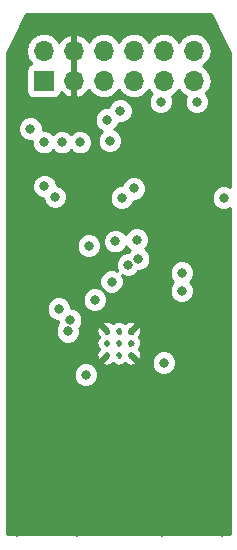
<source format=gbr>
G04 #@! TF.GenerationSoftware,KiCad,Pcbnew,5.0.1*
G04 #@! TF.CreationDate,2019-01-06T19:01:27+01:00*
G04 #@! TF.ProjectId,SX1257_pmod,5358313235375F706D6F642E6B696361,rev?*
G04 #@! TF.SameCoordinates,Original*
G04 #@! TF.FileFunction,Copper,L2,Inr,Signal*
G04 #@! TF.FilePolarity,Positive*
%FSLAX46Y46*%
G04 Gerber Fmt 4.6, Leading zero omitted, Abs format (unit mm)*
G04 Created by KiCad (PCBNEW 5.0.1) date Sun 06 Jan 2019 07:01:27 PM CET*
%MOMM*%
%LPD*%
G01*
G04 APERTURE LIST*
G04 #@! TA.AperFunction,ViaPad*
%ADD10R,1.700000X1.700000*%
G04 #@! TD*
G04 #@! TA.AperFunction,ViaPad*
%ADD11O,1.700000X1.700000*%
G04 #@! TD*
G04 #@! TA.AperFunction,ViaPad*
%ADD12C,0.500000*%
G04 #@! TD*
G04 #@! TA.AperFunction,ViaPad*
%ADD13C,0.800000*%
G04 #@! TD*
G04 #@! TA.AperFunction,Conductor*
%ADD14C,0.254000*%
G04 #@! TD*
G04 APERTURE END LIST*
D10*
G04 #@! TO.N,/PMOD_3V3*
G04 #@! TO.C,J1*
X118110000Y-29210000D03*
D11*
X118110000Y-26670000D03*
G04 #@! TO.N,GND*
X120650000Y-29210000D03*
X120650000Y-26670000D03*
G04 #@! TO.N,/CLK_OUT*
X123190000Y-29210000D03*
G04 #@! TO.N,/PMOD_8*
X123190000Y-26670000D03*
G04 #@! TO.N,/CLK_IN*
X125730000Y-29210000D03*
G04 #@! TO.N,/PMOD_7*
X125730000Y-26670000D03*
G04 #@! TO.N,/I2C_SDA*
X128270000Y-29210000D03*
G04 #@! TO.N,/PMOD_6*
X128270000Y-26670000D03*
G04 #@! TO.N,/I2C_CLK*
X130810000Y-29210000D03*
G04 #@! TO.N,/PMOD_5*
X130810000Y-26670000D03*
G04 #@! TD*
D12*
G04 #@! TO.N,GND*
G04 #@! TO.C,U1*
X125460000Y-52435000D03*
X124460000Y-52435000D03*
X123460000Y-52435000D03*
X125460000Y-51435000D03*
X124460000Y-51435000D03*
X123460000Y-51435000D03*
X125460000Y-50435000D03*
X124460000Y-50435000D03*
X123460000Y-50435000D03*
G04 #@! TD*
D13*
G04 #@! TO.N,GND*
X119761000Y-41021000D03*
X130344547Y-39749810D03*
X115697000Y-47371000D03*
X115697000Y-42164000D03*
X133223000Y-28067000D03*
X133223000Y-29337000D03*
X133223000Y-30607000D03*
X133223000Y-26797000D03*
X115570000Y-27051000D03*
X115570000Y-29591000D03*
X115570000Y-28321000D03*
X115570000Y-30861000D03*
X133477000Y-50292000D03*
X130683000Y-55626000D03*
X123444000Y-58293000D03*
X132207000Y-57277000D03*
X115697000Y-57277000D03*
X133159500Y-67437000D03*
X133159500Y-66167000D03*
X133159500Y-63627000D03*
X133159500Y-64897000D03*
X128079500Y-67437000D03*
X128079500Y-66167000D03*
X128079500Y-64897000D03*
X128079500Y-63627000D03*
X115824000Y-66167000D03*
X115824000Y-63627000D03*
X115824000Y-67437000D03*
X115824000Y-64897000D03*
X119634000Y-46736000D03*
X119126000Y-55372000D03*
X119634000Y-45212000D03*
X133096000Y-48514000D03*
X133096000Y-46990000D03*
X133096000Y-45466000D03*
X124587000Y-33274000D03*
X128016000Y-34163010D03*
X131064000Y-34163000D03*
X120904000Y-66167000D03*
X120904000Y-63627000D03*
X120904000Y-67437000D03*
X120904000Y-64897000D03*
G04 #@! TO.N,/CLK_OUT*
X123698000Y-34289970D03*
X125984000Y-42672000D03*
G04 #@! TO.N,/CLK_IN*
X123444000Y-32512000D03*
X124167978Y-42797268D03*
G04 #@! TO.N,/PMOD_6*
X126106119Y-44280378D03*
G04 #@! TO.N,/PMOD_5*
X125236932Y-44781325D03*
G04 #@! TO.N,/PMOD_7*
X123845972Y-46217219D03*
G04 #@! TO.N,/PMOD_8*
X121920016Y-43180000D03*
G04 #@! TO.N,+3V3*
X133350000Y-39116000D03*
X116967000Y-33274000D03*
X118110000Y-34417000D03*
X119634000Y-34417000D03*
X121158000Y-34417000D03*
X128270000Y-53086000D03*
X121666000Y-54102000D03*
X122428000Y-47751982D03*
X129794000Y-45466000D03*
X129794000Y-46990000D03*
X124587000Y-31750000D03*
X131064000Y-30988000D03*
X128016000Y-30988000D03*
X119062500Y-39052500D03*
G04 #@! TO.N,/SPI_MOSI*
X120137848Y-50439070D03*
X125730000Y-38340190D03*
G04 #@! TO.N,/SPI_MISO*
X120342124Y-49456876D03*
X124714000Y-39116000D03*
G04 #@! TO.N,/SPI_SCK*
X119380000Y-48514000D03*
X118165744Y-38149514D03*
G04 #@! TD*
D14*
G04 #@! TO.N,GND*
G36*
X133910001Y-26837610D02*
X133910001Y-38227684D01*
X133555874Y-38081000D01*
X133144126Y-38081000D01*
X132763720Y-38238569D01*
X132472569Y-38529720D01*
X132315000Y-38910126D01*
X132315000Y-39321874D01*
X132472569Y-39702280D01*
X132763720Y-39993431D01*
X133144126Y-40151000D01*
X133555874Y-40151000D01*
X133910001Y-40004316D01*
X133910000Y-67616000D01*
X115010000Y-67616000D01*
X115010000Y-53896126D01*
X120631000Y-53896126D01*
X120631000Y-54307874D01*
X120788569Y-54688280D01*
X121079720Y-54979431D01*
X121460126Y-55137000D01*
X121871874Y-55137000D01*
X122252280Y-54979431D01*
X122543431Y-54688280D01*
X122701000Y-54307874D01*
X122701000Y-53896126D01*
X122543431Y-53515720D01*
X122252280Y-53224569D01*
X121871874Y-53067000D01*
X121460126Y-53067000D01*
X121079720Y-53224569D01*
X120788569Y-53515720D01*
X120631000Y-53896126D01*
X115010000Y-53896126D01*
X115010000Y-48308126D01*
X118345000Y-48308126D01*
X118345000Y-48719874D01*
X118502569Y-49100280D01*
X118793720Y-49391431D01*
X119174126Y-49549000D01*
X119307124Y-49549000D01*
X119307124Y-49662750D01*
X119349105Y-49764102D01*
X119260417Y-49852790D01*
X119102848Y-50233196D01*
X119102848Y-50644944D01*
X119260417Y-51025350D01*
X119551568Y-51316501D01*
X119931974Y-51474070D01*
X120343722Y-51474070D01*
X120724128Y-51316501D01*
X121015279Y-51025350D01*
X121172848Y-50644944D01*
X121172848Y-50347930D01*
X122561872Y-50347930D01*
X122596917Y-50698257D01*
X122663558Y-50859140D01*
X122760330Y-50862090D01*
X122733906Y-50888514D01*
X122780392Y-50935000D01*
X122733906Y-50981486D01*
X122760330Y-51007910D01*
X122663558Y-51010860D01*
X122561872Y-51347930D01*
X122596917Y-51698257D01*
X122663558Y-51859140D01*
X122760330Y-51862090D01*
X122733906Y-51888514D01*
X122780392Y-51935000D01*
X122733906Y-51981486D01*
X122760330Y-52007910D01*
X122663558Y-52010860D01*
X122561872Y-52347930D01*
X122596917Y-52698257D01*
X122663558Y-52859140D01*
X122853298Y-52864925D01*
X123283223Y-52435000D01*
X123267667Y-52419444D01*
X123358373Y-52328737D01*
X123372930Y-52333128D01*
X123548459Y-52315569D01*
X123566263Y-52333373D01*
X123561872Y-52347930D01*
X123579431Y-52523459D01*
X123475557Y-52627334D01*
X123460000Y-52611777D01*
X123030075Y-53041702D01*
X123035860Y-53231442D01*
X123372930Y-53333128D01*
X123723257Y-53298083D01*
X123884140Y-53231442D01*
X123887090Y-53134670D01*
X123913514Y-53161094D01*
X123960000Y-53114608D01*
X124006486Y-53161094D01*
X124032910Y-53134670D01*
X124035860Y-53231442D01*
X124372930Y-53333128D01*
X124723257Y-53298083D01*
X124884140Y-53231442D01*
X124887090Y-53134670D01*
X124913514Y-53161094D01*
X124960000Y-53114608D01*
X125006486Y-53161094D01*
X125032910Y-53134670D01*
X125035860Y-53231442D01*
X125372930Y-53333128D01*
X125723257Y-53298083D01*
X125884140Y-53231442D01*
X125889925Y-53041702D01*
X125728349Y-52880126D01*
X127235000Y-52880126D01*
X127235000Y-53291874D01*
X127392569Y-53672280D01*
X127683720Y-53963431D01*
X128064126Y-54121000D01*
X128475874Y-54121000D01*
X128856280Y-53963431D01*
X129147431Y-53672280D01*
X129305000Y-53291874D01*
X129305000Y-52880126D01*
X129147431Y-52499720D01*
X128856280Y-52208569D01*
X128475874Y-52051000D01*
X128064126Y-52051000D01*
X127683720Y-52208569D01*
X127392569Y-52499720D01*
X127235000Y-52880126D01*
X125728349Y-52880126D01*
X125460000Y-52611777D01*
X125444444Y-52627334D01*
X125353737Y-52536627D01*
X125358128Y-52522070D01*
X125340569Y-52346541D01*
X125358373Y-52328737D01*
X125372930Y-52333128D01*
X125548459Y-52315569D01*
X125652334Y-52419444D01*
X125636777Y-52435000D01*
X126066702Y-52864925D01*
X126256442Y-52859140D01*
X126358128Y-52522070D01*
X126323083Y-52171743D01*
X126256442Y-52010860D01*
X126159670Y-52007910D01*
X126186094Y-51981486D01*
X126139608Y-51935000D01*
X126186094Y-51888514D01*
X126159670Y-51862090D01*
X126256442Y-51859140D01*
X126358128Y-51522070D01*
X126323083Y-51171743D01*
X126256442Y-51010860D01*
X126159670Y-51007910D01*
X126186094Y-50981486D01*
X126139608Y-50935000D01*
X126186094Y-50888514D01*
X126159670Y-50862090D01*
X126256442Y-50859140D01*
X126358128Y-50522070D01*
X126323083Y-50171743D01*
X126256442Y-50010860D01*
X126066702Y-50005075D01*
X125636777Y-50435000D01*
X125652334Y-50450557D01*
X125561627Y-50541263D01*
X125547070Y-50536872D01*
X125371541Y-50554431D01*
X125353737Y-50536627D01*
X125358128Y-50522070D01*
X125340569Y-50346541D01*
X125444444Y-50242667D01*
X125460000Y-50258223D01*
X125889925Y-49828298D01*
X125884140Y-49638558D01*
X125547070Y-49536872D01*
X125196743Y-49571917D01*
X125035860Y-49638558D01*
X125032910Y-49735330D01*
X125006486Y-49708906D01*
X124960000Y-49755392D01*
X124913514Y-49708906D01*
X124887090Y-49735330D01*
X124884140Y-49638558D01*
X124547070Y-49536872D01*
X124196743Y-49571917D01*
X124035860Y-49638558D01*
X124032910Y-49735330D01*
X124006486Y-49708906D01*
X123960000Y-49755392D01*
X123913514Y-49708906D01*
X123887090Y-49735330D01*
X123884140Y-49638558D01*
X123547070Y-49536872D01*
X123196743Y-49571917D01*
X123035860Y-49638558D01*
X123030075Y-49828298D01*
X123460000Y-50258223D01*
X123475557Y-50242667D01*
X123566263Y-50333373D01*
X123561872Y-50347930D01*
X123579431Y-50523459D01*
X123561627Y-50541263D01*
X123547070Y-50536872D01*
X123371541Y-50554431D01*
X123267667Y-50450557D01*
X123283223Y-50435000D01*
X122853298Y-50005075D01*
X122663558Y-50010860D01*
X122561872Y-50347930D01*
X121172848Y-50347930D01*
X121172848Y-50233196D01*
X121130867Y-50131844D01*
X121219555Y-50043156D01*
X121377124Y-49662750D01*
X121377124Y-49251002D01*
X121219555Y-48870596D01*
X120928404Y-48579445D01*
X120547998Y-48421876D01*
X120415000Y-48421876D01*
X120415000Y-48308126D01*
X120257431Y-47927720D01*
X119966280Y-47636569D01*
X119747888Y-47546108D01*
X121393000Y-47546108D01*
X121393000Y-47957856D01*
X121550569Y-48338262D01*
X121841720Y-48629413D01*
X122222126Y-48786982D01*
X122633874Y-48786982D01*
X123014280Y-48629413D01*
X123305431Y-48338262D01*
X123463000Y-47957856D01*
X123463000Y-47546108D01*
X123305431Y-47165702D01*
X123014280Y-46874551D01*
X122633874Y-46716982D01*
X122222126Y-46716982D01*
X121841720Y-46874551D01*
X121550569Y-47165702D01*
X121393000Y-47546108D01*
X119747888Y-47546108D01*
X119585874Y-47479000D01*
X119174126Y-47479000D01*
X118793720Y-47636569D01*
X118502569Y-47927720D01*
X118345000Y-48308126D01*
X115010000Y-48308126D01*
X115010000Y-46011345D01*
X122810972Y-46011345D01*
X122810972Y-46423093D01*
X122968541Y-46803499D01*
X123259692Y-47094650D01*
X123640098Y-47252219D01*
X124051846Y-47252219D01*
X124432252Y-47094650D01*
X124723403Y-46803499D01*
X124880972Y-46423093D01*
X124880972Y-46011345D01*
X124752379Y-45700892D01*
X125031058Y-45816325D01*
X125442806Y-45816325D01*
X125823212Y-45658756D01*
X126114363Y-45367605D01*
X126135996Y-45315378D01*
X126311993Y-45315378D01*
X126445383Y-45260126D01*
X128759000Y-45260126D01*
X128759000Y-45671874D01*
X128916569Y-46052280D01*
X129092289Y-46228000D01*
X128916569Y-46403720D01*
X128759000Y-46784126D01*
X128759000Y-47195874D01*
X128916569Y-47576280D01*
X129207720Y-47867431D01*
X129588126Y-48025000D01*
X129999874Y-48025000D01*
X130380280Y-47867431D01*
X130671431Y-47576280D01*
X130829000Y-47195874D01*
X130829000Y-46784126D01*
X130671431Y-46403720D01*
X130495711Y-46228000D01*
X130671431Y-46052280D01*
X130829000Y-45671874D01*
X130829000Y-45260126D01*
X130671431Y-44879720D01*
X130380280Y-44588569D01*
X129999874Y-44431000D01*
X129588126Y-44431000D01*
X129207720Y-44588569D01*
X128916569Y-44879720D01*
X128759000Y-45260126D01*
X126445383Y-45260126D01*
X126692399Y-45157809D01*
X126983550Y-44866658D01*
X127141119Y-44486252D01*
X127141119Y-44074504D01*
X126983550Y-43694098D01*
X126704582Y-43415130D01*
X126861431Y-43258280D01*
X127019000Y-42877874D01*
X127019000Y-42466126D01*
X126861431Y-42085720D01*
X126570280Y-41794569D01*
X126189874Y-41637000D01*
X125778126Y-41637000D01*
X125397720Y-41794569D01*
X125106569Y-42085720D01*
X125050045Y-42222181D01*
X125045409Y-42210988D01*
X124754258Y-41919837D01*
X124373852Y-41762268D01*
X123962104Y-41762268D01*
X123581698Y-41919837D01*
X123290547Y-42210988D01*
X123132978Y-42591394D01*
X123132978Y-43003142D01*
X123290547Y-43383548D01*
X123581698Y-43674699D01*
X123962104Y-43832268D01*
X124373852Y-43832268D01*
X124754258Y-43674699D01*
X125045409Y-43383548D01*
X125101933Y-43247087D01*
X125106569Y-43258280D01*
X125385538Y-43537249D01*
X125228688Y-43694098D01*
X125207055Y-43746325D01*
X125031058Y-43746325D01*
X124650652Y-43903894D01*
X124359501Y-44195045D01*
X124201932Y-44575451D01*
X124201932Y-44987199D01*
X124330525Y-45297652D01*
X124051846Y-45182219D01*
X123640098Y-45182219D01*
X123259692Y-45339788D01*
X122968541Y-45630939D01*
X122810972Y-46011345D01*
X115010000Y-46011345D01*
X115010000Y-42974126D01*
X120885016Y-42974126D01*
X120885016Y-43385874D01*
X121042585Y-43766280D01*
X121333736Y-44057431D01*
X121714142Y-44215000D01*
X122125890Y-44215000D01*
X122506296Y-44057431D01*
X122797447Y-43766280D01*
X122955016Y-43385874D01*
X122955016Y-42974126D01*
X122797447Y-42593720D01*
X122506296Y-42302569D01*
X122125890Y-42145000D01*
X121714142Y-42145000D01*
X121333736Y-42302569D01*
X121042585Y-42593720D01*
X120885016Y-42974126D01*
X115010000Y-42974126D01*
X115010000Y-37943640D01*
X117130744Y-37943640D01*
X117130744Y-38355388D01*
X117288313Y-38735794D01*
X117579464Y-39026945D01*
X117959870Y-39184514D01*
X118027500Y-39184514D01*
X118027500Y-39258374D01*
X118185069Y-39638780D01*
X118476220Y-39929931D01*
X118856626Y-40087500D01*
X119268374Y-40087500D01*
X119648780Y-39929931D01*
X119939931Y-39638780D01*
X120097500Y-39258374D01*
X120097500Y-38910126D01*
X123679000Y-38910126D01*
X123679000Y-39321874D01*
X123836569Y-39702280D01*
X124127720Y-39993431D01*
X124508126Y-40151000D01*
X124919874Y-40151000D01*
X125300280Y-39993431D01*
X125591431Y-39702280D01*
X125726916Y-39375190D01*
X125935874Y-39375190D01*
X126316280Y-39217621D01*
X126607431Y-38926470D01*
X126765000Y-38546064D01*
X126765000Y-38134316D01*
X126607431Y-37753910D01*
X126316280Y-37462759D01*
X125935874Y-37305190D01*
X125524126Y-37305190D01*
X125143720Y-37462759D01*
X124852569Y-37753910D01*
X124717084Y-38081000D01*
X124508126Y-38081000D01*
X124127720Y-38238569D01*
X123836569Y-38529720D01*
X123679000Y-38910126D01*
X120097500Y-38910126D01*
X120097500Y-38846626D01*
X119939931Y-38466220D01*
X119648780Y-38175069D01*
X119268374Y-38017500D01*
X119200744Y-38017500D01*
X119200744Y-37943640D01*
X119043175Y-37563234D01*
X118752024Y-37272083D01*
X118371618Y-37114514D01*
X117959870Y-37114514D01*
X117579464Y-37272083D01*
X117288313Y-37563234D01*
X117130744Y-37943640D01*
X115010000Y-37943640D01*
X115010000Y-33068126D01*
X115932000Y-33068126D01*
X115932000Y-33479874D01*
X116089569Y-33860280D01*
X116380720Y-34151431D01*
X116761126Y-34309000D01*
X117075000Y-34309000D01*
X117075000Y-34622874D01*
X117232569Y-35003280D01*
X117523720Y-35294431D01*
X117904126Y-35452000D01*
X118315874Y-35452000D01*
X118696280Y-35294431D01*
X118872000Y-35118711D01*
X119047720Y-35294431D01*
X119428126Y-35452000D01*
X119839874Y-35452000D01*
X120220280Y-35294431D01*
X120396000Y-35118711D01*
X120571720Y-35294431D01*
X120952126Y-35452000D01*
X121363874Y-35452000D01*
X121744280Y-35294431D01*
X122035431Y-35003280D01*
X122193000Y-34622874D01*
X122193000Y-34211126D01*
X122035431Y-33830720D01*
X121744280Y-33539569D01*
X121363874Y-33382000D01*
X120952126Y-33382000D01*
X120571720Y-33539569D01*
X120396000Y-33715289D01*
X120220280Y-33539569D01*
X119839874Y-33382000D01*
X119428126Y-33382000D01*
X119047720Y-33539569D01*
X118872000Y-33715289D01*
X118696280Y-33539569D01*
X118315874Y-33382000D01*
X118002000Y-33382000D01*
X118002000Y-33068126D01*
X117844431Y-32687720D01*
X117553280Y-32396569D01*
X117334931Y-32306126D01*
X122409000Y-32306126D01*
X122409000Y-32717874D01*
X122566569Y-33098280D01*
X122857720Y-33389431D01*
X123053665Y-33470594D01*
X122820569Y-33703690D01*
X122663000Y-34084096D01*
X122663000Y-34495844D01*
X122820569Y-34876250D01*
X123111720Y-35167401D01*
X123492126Y-35324970D01*
X123903874Y-35324970D01*
X124284280Y-35167401D01*
X124575431Y-34876250D01*
X124733000Y-34495844D01*
X124733000Y-34084096D01*
X124575431Y-33703690D01*
X124284280Y-33412539D01*
X124088335Y-33331376D01*
X124321431Y-33098280D01*
X124451196Y-32785000D01*
X124792874Y-32785000D01*
X125173280Y-32627431D01*
X125464431Y-32336280D01*
X125622000Y-31955874D01*
X125622000Y-31544126D01*
X125464431Y-31163720D01*
X125173280Y-30872569D01*
X124792874Y-30715000D01*
X124381126Y-30715000D01*
X124000720Y-30872569D01*
X123709569Y-31163720D01*
X123579804Y-31477000D01*
X123238126Y-31477000D01*
X122857720Y-31634569D01*
X122566569Y-31925720D01*
X122409000Y-32306126D01*
X117334931Y-32306126D01*
X117172874Y-32239000D01*
X116761126Y-32239000D01*
X116380720Y-32396569D01*
X116089569Y-32687720D01*
X115932000Y-33068126D01*
X115010000Y-33068126D01*
X115010000Y-26837607D01*
X115093803Y-26670000D01*
X116595908Y-26670000D01*
X116711161Y-27249418D01*
X117039375Y-27740625D01*
X117057619Y-27752816D01*
X117012235Y-27761843D01*
X116802191Y-27902191D01*
X116661843Y-28112235D01*
X116612560Y-28360000D01*
X116612560Y-30060000D01*
X116661843Y-30307765D01*
X116802191Y-30517809D01*
X117012235Y-30658157D01*
X117260000Y-30707440D01*
X118960000Y-30707440D01*
X119207765Y-30658157D01*
X119417809Y-30517809D01*
X119558157Y-30307765D01*
X119578739Y-30204292D01*
X119883076Y-30481645D01*
X120293110Y-30651476D01*
X120523000Y-30530155D01*
X120523000Y-29337000D01*
X120503000Y-29337000D01*
X120503000Y-29083000D01*
X120523000Y-29083000D01*
X120523000Y-26797000D01*
X120503000Y-26797000D01*
X120503000Y-26543000D01*
X120523000Y-26543000D01*
X120523000Y-25349845D01*
X120777000Y-25349845D01*
X120777000Y-26543000D01*
X120797000Y-26543000D01*
X120797000Y-26797000D01*
X120777000Y-26797000D01*
X120777000Y-29083000D01*
X120797000Y-29083000D01*
X120797000Y-29337000D01*
X120777000Y-29337000D01*
X120777000Y-30530155D01*
X121006890Y-30651476D01*
X121416924Y-30481645D01*
X121845183Y-30091358D01*
X121906157Y-29961522D01*
X122119375Y-30280625D01*
X122610582Y-30608839D01*
X123043744Y-30695000D01*
X123336256Y-30695000D01*
X123769418Y-30608839D01*
X124260625Y-30280625D01*
X124460000Y-29982239D01*
X124659375Y-30280625D01*
X125150582Y-30608839D01*
X125583744Y-30695000D01*
X125876256Y-30695000D01*
X126309418Y-30608839D01*
X126800625Y-30280625D01*
X127000000Y-29982239D01*
X127199375Y-30280625D01*
X127235516Y-30304773D01*
X127138569Y-30401720D01*
X126981000Y-30782126D01*
X126981000Y-31193874D01*
X127138569Y-31574280D01*
X127429720Y-31865431D01*
X127810126Y-32023000D01*
X128221874Y-32023000D01*
X128602280Y-31865431D01*
X128893431Y-31574280D01*
X129051000Y-31193874D01*
X129051000Y-30782126D01*
X128951084Y-30540908D01*
X129340625Y-30280625D01*
X129540000Y-29982239D01*
X129739375Y-30280625D01*
X130128916Y-30540908D01*
X130029000Y-30782126D01*
X130029000Y-31193874D01*
X130186569Y-31574280D01*
X130477720Y-31865431D01*
X130858126Y-32023000D01*
X131269874Y-32023000D01*
X131650280Y-31865431D01*
X131941431Y-31574280D01*
X132099000Y-31193874D01*
X132099000Y-30782126D01*
X131941431Y-30401720D01*
X131844484Y-30304773D01*
X131880625Y-30280625D01*
X132208839Y-29789418D01*
X132324092Y-29210000D01*
X132208839Y-28630582D01*
X131880625Y-28139375D01*
X131582239Y-27940000D01*
X131880625Y-27740625D01*
X132208839Y-27249418D01*
X132324092Y-26670000D01*
X132208839Y-26090582D01*
X131880625Y-25599375D01*
X131389418Y-25271161D01*
X130956256Y-25185000D01*
X130663744Y-25185000D01*
X130230582Y-25271161D01*
X129739375Y-25599375D01*
X129540000Y-25897761D01*
X129340625Y-25599375D01*
X128849418Y-25271161D01*
X128416256Y-25185000D01*
X128123744Y-25185000D01*
X127690582Y-25271161D01*
X127199375Y-25599375D01*
X127000000Y-25897761D01*
X126800625Y-25599375D01*
X126309418Y-25271161D01*
X125876256Y-25185000D01*
X125583744Y-25185000D01*
X125150582Y-25271161D01*
X124659375Y-25599375D01*
X124460000Y-25897761D01*
X124260625Y-25599375D01*
X123769418Y-25271161D01*
X123336256Y-25185000D01*
X123043744Y-25185000D01*
X122610582Y-25271161D01*
X122119375Y-25599375D01*
X121906157Y-25918478D01*
X121845183Y-25788642D01*
X121416924Y-25398355D01*
X121006890Y-25228524D01*
X120777000Y-25349845D01*
X120523000Y-25349845D01*
X120293110Y-25228524D01*
X119883076Y-25398355D01*
X119454817Y-25788642D01*
X119393843Y-25918478D01*
X119180625Y-25599375D01*
X118689418Y-25271161D01*
X118256256Y-25185000D01*
X117963744Y-25185000D01*
X117530582Y-25271161D01*
X117039375Y-25599375D01*
X116711161Y-26090582D01*
X116595908Y-26670000D01*
X115093803Y-26670000D01*
X116643804Y-23570000D01*
X132276196Y-23570000D01*
X133910001Y-26837610D01*
X133910001Y-26837610D01*
G37*
X133910001Y-26837610D02*
X133910001Y-38227684D01*
X133555874Y-38081000D01*
X133144126Y-38081000D01*
X132763720Y-38238569D01*
X132472569Y-38529720D01*
X132315000Y-38910126D01*
X132315000Y-39321874D01*
X132472569Y-39702280D01*
X132763720Y-39993431D01*
X133144126Y-40151000D01*
X133555874Y-40151000D01*
X133910001Y-40004316D01*
X133910000Y-67616000D01*
X115010000Y-67616000D01*
X115010000Y-53896126D01*
X120631000Y-53896126D01*
X120631000Y-54307874D01*
X120788569Y-54688280D01*
X121079720Y-54979431D01*
X121460126Y-55137000D01*
X121871874Y-55137000D01*
X122252280Y-54979431D01*
X122543431Y-54688280D01*
X122701000Y-54307874D01*
X122701000Y-53896126D01*
X122543431Y-53515720D01*
X122252280Y-53224569D01*
X121871874Y-53067000D01*
X121460126Y-53067000D01*
X121079720Y-53224569D01*
X120788569Y-53515720D01*
X120631000Y-53896126D01*
X115010000Y-53896126D01*
X115010000Y-48308126D01*
X118345000Y-48308126D01*
X118345000Y-48719874D01*
X118502569Y-49100280D01*
X118793720Y-49391431D01*
X119174126Y-49549000D01*
X119307124Y-49549000D01*
X119307124Y-49662750D01*
X119349105Y-49764102D01*
X119260417Y-49852790D01*
X119102848Y-50233196D01*
X119102848Y-50644944D01*
X119260417Y-51025350D01*
X119551568Y-51316501D01*
X119931974Y-51474070D01*
X120343722Y-51474070D01*
X120724128Y-51316501D01*
X121015279Y-51025350D01*
X121172848Y-50644944D01*
X121172848Y-50347930D01*
X122561872Y-50347930D01*
X122596917Y-50698257D01*
X122663558Y-50859140D01*
X122760330Y-50862090D01*
X122733906Y-50888514D01*
X122780392Y-50935000D01*
X122733906Y-50981486D01*
X122760330Y-51007910D01*
X122663558Y-51010860D01*
X122561872Y-51347930D01*
X122596917Y-51698257D01*
X122663558Y-51859140D01*
X122760330Y-51862090D01*
X122733906Y-51888514D01*
X122780392Y-51935000D01*
X122733906Y-51981486D01*
X122760330Y-52007910D01*
X122663558Y-52010860D01*
X122561872Y-52347930D01*
X122596917Y-52698257D01*
X122663558Y-52859140D01*
X122853298Y-52864925D01*
X123283223Y-52435000D01*
X123267667Y-52419444D01*
X123358373Y-52328737D01*
X123372930Y-52333128D01*
X123548459Y-52315569D01*
X123566263Y-52333373D01*
X123561872Y-52347930D01*
X123579431Y-52523459D01*
X123475557Y-52627334D01*
X123460000Y-52611777D01*
X123030075Y-53041702D01*
X123035860Y-53231442D01*
X123372930Y-53333128D01*
X123723257Y-53298083D01*
X123884140Y-53231442D01*
X123887090Y-53134670D01*
X123913514Y-53161094D01*
X123960000Y-53114608D01*
X124006486Y-53161094D01*
X124032910Y-53134670D01*
X124035860Y-53231442D01*
X124372930Y-53333128D01*
X124723257Y-53298083D01*
X124884140Y-53231442D01*
X124887090Y-53134670D01*
X124913514Y-53161094D01*
X124960000Y-53114608D01*
X125006486Y-53161094D01*
X125032910Y-53134670D01*
X125035860Y-53231442D01*
X125372930Y-53333128D01*
X125723257Y-53298083D01*
X125884140Y-53231442D01*
X125889925Y-53041702D01*
X125728349Y-52880126D01*
X127235000Y-52880126D01*
X127235000Y-53291874D01*
X127392569Y-53672280D01*
X127683720Y-53963431D01*
X128064126Y-54121000D01*
X128475874Y-54121000D01*
X128856280Y-53963431D01*
X129147431Y-53672280D01*
X129305000Y-53291874D01*
X129305000Y-52880126D01*
X129147431Y-52499720D01*
X128856280Y-52208569D01*
X128475874Y-52051000D01*
X128064126Y-52051000D01*
X127683720Y-52208569D01*
X127392569Y-52499720D01*
X127235000Y-52880126D01*
X125728349Y-52880126D01*
X125460000Y-52611777D01*
X125444444Y-52627334D01*
X125353737Y-52536627D01*
X125358128Y-52522070D01*
X125340569Y-52346541D01*
X125358373Y-52328737D01*
X125372930Y-52333128D01*
X125548459Y-52315569D01*
X125652334Y-52419444D01*
X125636777Y-52435000D01*
X126066702Y-52864925D01*
X126256442Y-52859140D01*
X126358128Y-52522070D01*
X126323083Y-52171743D01*
X126256442Y-52010860D01*
X126159670Y-52007910D01*
X126186094Y-51981486D01*
X126139608Y-51935000D01*
X126186094Y-51888514D01*
X126159670Y-51862090D01*
X126256442Y-51859140D01*
X126358128Y-51522070D01*
X126323083Y-51171743D01*
X126256442Y-51010860D01*
X126159670Y-51007910D01*
X126186094Y-50981486D01*
X126139608Y-50935000D01*
X126186094Y-50888514D01*
X126159670Y-50862090D01*
X126256442Y-50859140D01*
X126358128Y-50522070D01*
X126323083Y-50171743D01*
X126256442Y-50010860D01*
X126066702Y-50005075D01*
X125636777Y-50435000D01*
X125652334Y-50450557D01*
X125561627Y-50541263D01*
X125547070Y-50536872D01*
X125371541Y-50554431D01*
X125353737Y-50536627D01*
X125358128Y-50522070D01*
X125340569Y-50346541D01*
X125444444Y-50242667D01*
X125460000Y-50258223D01*
X125889925Y-49828298D01*
X125884140Y-49638558D01*
X125547070Y-49536872D01*
X125196743Y-49571917D01*
X125035860Y-49638558D01*
X125032910Y-49735330D01*
X125006486Y-49708906D01*
X124960000Y-49755392D01*
X124913514Y-49708906D01*
X124887090Y-49735330D01*
X124884140Y-49638558D01*
X124547070Y-49536872D01*
X124196743Y-49571917D01*
X124035860Y-49638558D01*
X124032910Y-49735330D01*
X124006486Y-49708906D01*
X123960000Y-49755392D01*
X123913514Y-49708906D01*
X123887090Y-49735330D01*
X123884140Y-49638558D01*
X123547070Y-49536872D01*
X123196743Y-49571917D01*
X123035860Y-49638558D01*
X123030075Y-49828298D01*
X123460000Y-50258223D01*
X123475557Y-50242667D01*
X123566263Y-50333373D01*
X123561872Y-50347930D01*
X123579431Y-50523459D01*
X123561627Y-50541263D01*
X123547070Y-50536872D01*
X123371541Y-50554431D01*
X123267667Y-50450557D01*
X123283223Y-50435000D01*
X122853298Y-50005075D01*
X122663558Y-50010860D01*
X122561872Y-50347930D01*
X121172848Y-50347930D01*
X121172848Y-50233196D01*
X121130867Y-50131844D01*
X121219555Y-50043156D01*
X121377124Y-49662750D01*
X121377124Y-49251002D01*
X121219555Y-48870596D01*
X120928404Y-48579445D01*
X120547998Y-48421876D01*
X120415000Y-48421876D01*
X120415000Y-48308126D01*
X120257431Y-47927720D01*
X119966280Y-47636569D01*
X119747888Y-47546108D01*
X121393000Y-47546108D01*
X121393000Y-47957856D01*
X121550569Y-48338262D01*
X121841720Y-48629413D01*
X122222126Y-48786982D01*
X122633874Y-48786982D01*
X123014280Y-48629413D01*
X123305431Y-48338262D01*
X123463000Y-47957856D01*
X123463000Y-47546108D01*
X123305431Y-47165702D01*
X123014280Y-46874551D01*
X122633874Y-46716982D01*
X122222126Y-46716982D01*
X121841720Y-46874551D01*
X121550569Y-47165702D01*
X121393000Y-47546108D01*
X119747888Y-47546108D01*
X119585874Y-47479000D01*
X119174126Y-47479000D01*
X118793720Y-47636569D01*
X118502569Y-47927720D01*
X118345000Y-48308126D01*
X115010000Y-48308126D01*
X115010000Y-46011345D01*
X122810972Y-46011345D01*
X122810972Y-46423093D01*
X122968541Y-46803499D01*
X123259692Y-47094650D01*
X123640098Y-47252219D01*
X124051846Y-47252219D01*
X124432252Y-47094650D01*
X124723403Y-46803499D01*
X124880972Y-46423093D01*
X124880972Y-46011345D01*
X124752379Y-45700892D01*
X125031058Y-45816325D01*
X125442806Y-45816325D01*
X125823212Y-45658756D01*
X126114363Y-45367605D01*
X126135996Y-45315378D01*
X126311993Y-45315378D01*
X126445383Y-45260126D01*
X128759000Y-45260126D01*
X128759000Y-45671874D01*
X128916569Y-46052280D01*
X129092289Y-46228000D01*
X128916569Y-46403720D01*
X128759000Y-46784126D01*
X128759000Y-47195874D01*
X128916569Y-47576280D01*
X129207720Y-47867431D01*
X129588126Y-48025000D01*
X129999874Y-48025000D01*
X130380280Y-47867431D01*
X130671431Y-47576280D01*
X130829000Y-47195874D01*
X130829000Y-46784126D01*
X130671431Y-46403720D01*
X130495711Y-46228000D01*
X130671431Y-46052280D01*
X130829000Y-45671874D01*
X130829000Y-45260126D01*
X130671431Y-44879720D01*
X130380280Y-44588569D01*
X129999874Y-44431000D01*
X129588126Y-44431000D01*
X129207720Y-44588569D01*
X128916569Y-44879720D01*
X128759000Y-45260126D01*
X126445383Y-45260126D01*
X126692399Y-45157809D01*
X126983550Y-44866658D01*
X127141119Y-44486252D01*
X127141119Y-44074504D01*
X126983550Y-43694098D01*
X126704582Y-43415130D01*
X126861431Y-43258280D01*
X127019000Y-42877874D01*
X127019000Y-42466126D01*
X126861431Y-42085720D01*
X126570280Y-41794569D01*
X126189874Y-41637000D01*
X125778126Y-41637000D01*
X125397720Y-41794569D01*
X125106569Y-42085720D01*
X125050045Y-42222181D01*
X125045409Y-42210988D01*
X124754258Y-41919837D01*
X124373852Y-41762268D01*
X123962104Y-41762268D01*
X123581698Y-41919837D01*
X123290547Y-42210988D01*
X123132978Y-42591394D01*
X123132978Y-43003142D01*
X123290547Y-43383548D01*
X123581698Y-43674699D01*
X123962104Y-43832268D01*
X124373852Y-43832268D01*
X124754258Y-43674699D01*
X125045409Y-43383548D01*
X125101933Y-43247087D01*
X125106569Y-43258280D01*
X125385538Y-43537249D01*
X125228688Y-43694098D01*
X125207055Y-43746325D01*
X125031058Y-43746325D01*
X124650652Y-43903894D01*
X124359501Y-44195045D01*
X124201932Y-44575451D01*
X124201932Y-44987199D01*
X124330525Y-45297652D01*
X124051846Y-45182219D01*
X123640098Y-45182219D01*
X123259692Y-45339788D01*
X122968541Y-45630939D01*
X122810972Y-46011345D01*
X115010000Y-46011345D01*
X115010000Y-42974126D01*
X120885016Y-42974126D01*
X120885016Y-43385874D01*
X121042585Y-43766280D01*
X121333736Y-44057431D01*
X121714142Y-44215000D01*
X122125890Y-44215000D01*
X122506296Y-44057431D01*
X122797447Y-43766280D01*
X122955016Y-43385874D01*
X122955016Y-42974126D01*
X122797447Y-42593720D01*
X122506296Y-42302569D01*
X122125890Y-42145000D01*
X121714142Y-42145000D01*
X121333736Y-42302569D01*
X121042585Y-42593720D01*
X120885016Y-42974126D01*
X115010000Y-42974126D01*
X115010000Y-37943640D01*
X117130744Y-37943640D01*
X117130744Y-38355388D01*
X117288313Y-38735794D01*
X117579464Y-39026945D01*
X117959870Y-39184514D01*
X118027500Y-39184514D01*
X118027500Y-39258374D01*
X118185069Y-39638780D01*
X118476220Y-39929931D01*
X118856626Y-40087500D01*
X119268374Y-40087500D01*
X119648780Y-39929931D01*
X119939931Y-39638780D01*
X120097500Y-39258374D01*
X120097500Y-38910126D01*
X123679000Y-38910126D01*
X123679000Y-39321874D01*
X123836569Y-39702280D01*
X124127720Y-39993431D01*
X124508126Y-40151000D01*
X124919874Y-40151000D01*
X125300280Y-39993431D01*
X125591431Y-39702280D01*
X125726916Y-39375190D01*
X125935874Y-39375190D01*
X126316280Y-39217621D01*
X126607431Y-38926470D01*
X126765000Y-38546064D01*
X126765000Y-38134316D01*
X126607431Y-37753910D01*
X126316280Y-37462759D01*
X125935874Y-37305190D01*
X125524126Y-37305190D01*
X125143720Y-37462759D01*
X124852569Y-37753910D01*
X124717084Y-38081000D01*
X124508126Y-38081000D01*
X124127720Y-38238569D01*
X123836569Y-38529720D01*
X123679000Y-38910126D01*
X120097500Y-38910126D01*
X120097500Y-38846626D01*
X119939931Y-38466220D01*
X119648780Y-38175069D01*
X119268374Y-38017500D01*
X119200744Y-38017500D01*
X119200744Y-37943640D01*
X119043175Y-37563234D01*
X118752024Y-37272083D01*
X118371618Y-37114514D01*
X117959870Y-37114514D01*
X117579464Y-37272083D01*
X117288313Y-37563234D01*
X117130744Y-37943640D01*
X115010000Y-37943640D01*
X115010000Y-33068126D01*
X115932000Y-33068126D01*
X115932000Y-33479874D01*
X116089569Y-33860280D01*
X116380720Y-34151431D01*
X116761126Y-34309000D01*
X117075000Y-34309000D01*
X117075000Y-34622874D01*
X117232569Y-35003280D01*
X117523720Y-35294431D01*
X117904126Y-35452000D01*
X118315874Y-35452000D01*
X118696280Y-35294431D01*
X118872000Y-35118711D01*
X119047720Y-35294431D01*
X119428126Y-35452000D01*
X119839874Y-35452000D01*
X120220280Y-35294431D01*
X120396000Y-35118711D01*
X120571720Y-35294431D01*
X120952126Y-35452000D01*
X121363874Y-35452000D01*
X121744280Y-35294431D01*
X122035431Y-35003280D01*
X122193000Y-34622874D01*
X122193000Y-34211126D01*
X122035431Y-33830720D01*
X121744280Y-33539569D01*
X121363874Y-33382000D01*
X120952126Y-33382000D01*
X120571720Y-33539569D01*
X120396000Y-33715289D01*
X120220280Y-33539569D01*
X119839874Y-33382000D01*
X119428126Y-33382000D01*
X119047720Y-33539569D01*
X118872000Y-33715289D01*
X118696280Y-33539569D01*
X118315874Y-33382000D01*
X118002000Y-33382000D01*
X118002000Y-33068126D01*
X117844431Y-32687720D01*
X117553280Y-32396569D01*
X117334931Y-32306126D01*
X122409000Y-32306126D01*
X122409000Y-32717874D01*
X122566569Y-33098280D01*
X122857720Y-33389431D01*
X123053665Y-33470594D01*
X122820569Y-33703690D01*
X122663000Y-34084096D01*
X122663000Y-34495844D01*
X122820569Y-34876250D01*
X123111720Y-35167401D01*
X123492126Y-35324970D01*
X123903874Y-35324970D01*
X124284280Y-35167401D01*
X124575431Y-34876250D01*
X124733000Y-34495844D01*
X124733000Y-34084096D01*
X124575431Y-33703690D01*
X124284280Y-33412539D01*
X124088335Y-33331376D01*
X124321431Y-33098280D01*
X124451196Y-32785000D01*
X124792874Y-32785000D01*
X125173280Y-32627431D01*
X125464431Y-32336280D01*
X125622000Y-31955874D01*
X125622000Y-31544126D01*
X125464431Y-31163720D01*
X125173280Y-30872569D01*
X124792874Y-30715000D01*
X124381126Y-30715000D01*
X124000720Y-30872569D01*
X123709569Y-31163720D01*
X123579804Y-31477000D01*
X123238126Y-31477000D01*
X122857720Y-31634569D01*
X122566569Y-31925720D01*
X122409000Y-32306126D01*
X117334931Y-32306126D01*
X117172874Y-32239000D01*
X116761126Y-32239000D01*
X116380720Y-32396569D01*
X116089569Y-32687720D01*
X115932000Y-33068126D01*
X115010000Y-33068126D01*
X115010000Y-26837607D01*
X115093803Y-26670000D01*
X116595908Y-26670000D01*
X116711161Y-27249418D01*
X117039375Y-27740625D01*
X117057619Y-27752816D01*
X117012235Y-27761843D01*
X116802191Y-27902191D01*
X116661843Y-28112235D01*
X116612560Y-28360000D01*
X116612560Y-30060000D01*
X116661843Y-30307765D01*
X116802191Y-30517809D01*
X117012235Y-30658157D01*
X117260000Y-30707440D01*
X118960000Y-30707440D01*
X119207765Y-30658157D01*
X119417809Y-30517809D01*
X119558157Y-30307765D01*
X119578739Y-30204292D01*
X119883076Y-30481645D01*
X120293110Y-30651476D01*
X120523000Y-30530155D01*
X120523000Y-29337000D01*
X120503000Y-29337000D01*
X120503000Y-29083000D01*
X120523000Y-29083000D01*
X120523000Y-26797000D01*
X120503000Y-26797000D01*
X120503000Y-26543000D01*
X120523000Y-26543000D01*
X120523000Y-25349845D01*
X120777000Y-25349845D01*
X120777000Y-26543000D01*
X120797000Y-26543000D01*
X120797000Y-26797000D01*
X120777000Y-26797000D01*
X120777000Y-29083000D01*
X120797000Y-29083000D01*
X120797000Y-29337000D01*
X120777000Y-29337000D01*
X120777000Y-30530155D01*
X121006890Y-30651476D01*
X121416924Y-30481645D01*
X121845183Y-30091358D01*
X121906157Y-29961522D01*
X122119375Y-30280625D01*
X122610582Y-30608839D01*
X123043744Y-30695000D01*
X123336256Y-30695000D01*
X123769418Y-30608839D01*
X124260625Y-30280625D01*
X124460000Y-29982239D01*
X124659375Y-30280625D01*
X125150582Y-30608839D01*
X125583744Y-30695000D01*
X125876256Y-30695000D01*
X126309418Y-30608839D01*
X126800625Y-30280625D01*
X127000000Y-29982239D01*
X127199375Y-30280625D01*
X127235516Y-30304773D01*
X127138569Y-30401720D01*
X126981000Y-30782126D01*
X126981000Y-31193874D01*
X127138569Y-31574280D01*
X127429720Y-31865431D01*
X127810126Y-32023000D01*
X128221874Y-32023000D01*
X128602280Y-31865431D01*
X128893431Y-31574280D01*
X129051000Y-31193874D01*
X129051000Y-30782126D01*
X128951084Y-30540908D01*
X129340625Y-30280625D01*
X129540000Y-29982239D01*
X129739375Y-30280625D01*
X130128916Y-30540908D01*
X130029000Y-30782126D01*
X130029000Y-31193874D01*
X130186569Y-31574280D01*
X130477720Y-31865431D01*
X130858126Y-32023000D01*
X131269874Y-32023000D01*
X131650280Y-31865431D01*
X131941431Y-31574280D01*
X132099000Y-31193874D01*
X132099000Y-30782126D01*
X131941431Y-30401720D01*
X131844484Y-30304773D01*
X131880625Y-30280625D01*
X132208839Y-29789418D01*
X132324092Y-29210000D01*
X132208839Y-28630582D01*
X131880625Y-28139375D01*
X131582239Y-27940000D01*
X131880625Y-27740625D01*
X132208839Y-27249418D01*
X132324092Y-26670000D01*
X132208839Y-26090582D01*
X131880625Y-25599375D01*
X131389418Y-25271161D01*
X130956256Y-25185000D01*
X130663744Y-25185000D01*
X130230582Y-25271161D01*
X129739375Y-25599375D01*
X129540000Y-25897761D01*
X129340625Y-25599375D01*
X128849418Y-25271161D01*
X128416256Y-25185000D01*
X128123744Y-25185000D01*
X127690582Y-25271161D01*
X127199375Y-25599375D01*
X127000000Y-25897761D01*
X126800625Y-25599375D01*
X126309418Y-25271161D01*
X125876256Y-25185000D01*
X125583744Y-25185000D01*
X125150582Y-25271161D01*
X124659375Y-25599375D01*
X124460000Y-25897761D01*
X124260625Y-25599375D01*
X123769418Y-25271161D01*
X123336256Y-25185000D01*
X123043744Y-25185000D01*
X122610582Y-25271161D01*
X122119375Y-25599375D01*
X121906157Y-25918478D01*
X121845183Y-25788642D01*
X121416924Y-25398355D01*
X121006890Y-25228524D01*
X120777000Y-25349845D01*
X120523000Y-25349845D01*
X120293110Y-25228524D01*
X119883076Y-25398355D01*
X119454817Y-25788642D01*
X119393843Y-25918478D01*
X119180625Y-25599375D01*
X118689418Y-25271161D01*
X118256256Y-25185000D01*
X117963744Y-25185000D01*
X117530582Y-25271161D01*
X117039375Y-25599375D01*
X116711161Y-26090582D01*
X116595908Y-26670000D01*
X115093803Y-26670000D01*
X116643804Y-23570000D01*
X132276196Y-23570000D01*
X133910001Y-26837610D01*
G36*
X124566263Y-52333373D02*
X124561872Y-52347930D01*
X124579431Y-52523459D01*
X124475557Y-52627334D01*
X124460000Y-52611777D01*
X124444444Y-52627334D01*
X124353737Y-52536627D01*
X124358128Y-52522070D01*
X124340569Y-52346541D01*
X124358373Y-52328737D01*
X124372930Y-52333128D01*
X124548459Y-52315569D01*
X124566263Y-52333373D01*
X124566263Y-52333373D01*
G37*
X124566263Y-52333373D02*
X124561872Y-52347930D01*
X124579431Y-52523459D01*
X124475557Y-52627334D01*
X124460000Y-52611777D01*
X124444444Y-52627334D01*
X124353737Y-52536627D01*
X124358128Y-52522070D01*
X124340569Y-52346541D01*
X124358373Y-52328737D01*
X124372930Y-52333128D01*
X124548459Y-52315569D01*
X124566263Y-52333373D01*
G36*
X124566263Y-51333373D02*
X124561872Y-51347930D01*
X124579431Y-51523459D01*
X124561627Y-51541263D01*
X124547070Y-51536872D01*
X124371541Y-51554431D01*
X124353737Y-51536627D01*
X124358128Y-51522070D01*
X124340569Y-51346541D01*
X124358373Y-51328737D01*
X124372930Y-51333128D01*
X124548459Y-51315569D01*
X124566263Y-51333373D01*
X124566263Y-51333373D01*
G37*
X124566263Y-51333373D02*
X124561872Y-51347930D01*
X124579431Y-51523459D01*
X124561627Y-51541263D01*
X124547070Y-51536872D01*
X124371541Y-51554431D01*
X124353737Y-51536627D01*
X124358128Y-51522070D01*
X124340569Y-51346541D01*
X124358373Y-51328737D01*
X124372930Y-51333128D01*
X124548459Y-51315569D01*
X124566263Y-51333373D01*
G36*
X123566263Y-51333373D02*
X123561872Y-51347930D01*
X123579431Y-51523459D01*
X123561627Y-51541263D01*
X123547070Y-51536872D01*
X123371541Y-51554431D01*
X123267667Y-51450557D01*
X123283223Y-51435000D01*
X123267667Y-51419444D01*
X123358373Y-51328737D01*
X123372930Y-51333128D01*
X123548459Y-51315569D01*
X123566263Y-51333373D01*
X123566263Y-51333373D01*
G37*
X123566263Y-51333373D02*
X123561872Y-51347930D01*
X123579431Y-51523459D01*
X123561627Y-51541263D01*
X123547070Y-51536872D01*
X123371541Y-51554431D01*
X123267667Y-51450557D01*
X123283223Y-51435000D01*
X123267667Y-51419444D01*
X123358373Y-51328737D01*
X123372930Y-51333128D01*
X123548459Y-51315569D01*
X123566263Y-51333373D01*
G36*
X125652334Y-51419444D02*
X125636777Y-51435000D01*
X125652334Y-51450557D01*
X125561627Y-51541263D01*
X125547070Y-51536872D01*
X125371541Y-51554431D01*
X125353737Y-51536627D01*
X125358128Y-51522070D01*
X125340569Y-51346541D01*
X125358373Y-51328737D01*
X125372930Y-51333128D01*
X125548459Y-51315569D01*
X125652334Y-51419444D01*
X125652334Y-51419444D01*
G37*
X125652334Y-51419444D02*
X125636777Y-51435000D01*
X125652334Y-51450557D01*
X125561627Y-51541263D01*
X125547070Y-51536872D01*
X125371541Y-51554431D01*
X125353737Y-51536627D01*
X125358128Y-51522070D01*
X125340569Y-51346541D01*
X125358373Y-51328737D01*
X125372930Y-51333128D01*
X125548459Y-51315569D01*
X125652334Y-51419444D01*
G36*
X124566263Y-50333373D02*
X124561872Y-50347930D01*
X124579431Y-50523459D01*
X124561627Y-50541263D01*
X124547070Y-50536872D01*
X124371541Y-50554431D01*
X124353737Y-50536627D01*
X124358128Y-50522070D01*
X124340569Y-50346541D01*
X124444444Y-50242667D01*
X124460000Y-50258223D01*
X124475557Y-50242667D01*
X124566263Y-50333373D01*
X124566263Y-50333373D01*
G37*
X124566263Y-50333373D02*
X124561872Y-50347930D01*
X124579431Y-50523459D01*
X124561627Y-50541263D01*
X124547070Y-50536872D01*
X124371541Y-50554431D01*
X124353737Y-50536627D01*
X124358128Y-50522070D01*
X124340569Y-50346541D01*
X124444444Y-50242667D01*
X124460000Y-50258223D01*
X124475557Y-50242667D01*
X124566263Y-50333373D01*
G04 #@! TD*
M02*

</source>
